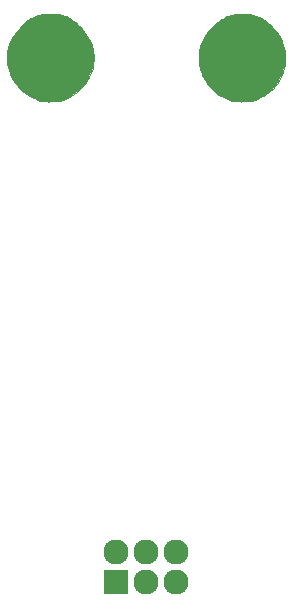
<source format=gbr>
G04 #@! TF.GenerationSoftware,KiCad,Pcbnew,(5.1.2)-1*
G04 #@! TF.CreationDate,2019-07-21T19:57:09-05:00*
G04 #@! TF.ProjectId,reddit-snoo-meetup,72656464-6974-42d7-936e-6f6f2d6d6565,rev?*
G04 #@! TF.SameCoordinates,Original*
G04 #@! TF.FileFunction,Soldermask,Top*
G04 #@! TF.FilePolarity,Negative*
%FSLAX46Y46*%
G04 Gerber Fmt 4.6, Leading zero omitted, Abs format (unit mm)*
G04 Created by KiCad (PCBNEW (5.1.2)-1) date 2019-07-21 19:57:09*
%MOMM*%
%LPD*%
G04 APERTURE LIST*
%ADD10C,0.010000*%
%ADD11C,2.127200*%
%ADD12O,2.127200X2.127200*%
%ADD13R,2.127200X2.127200*%
G04 APERTURE END LIST*
D10*
G36*
X-6288312Y17181293D02*
G01*
X-6163152Y17178738D01*
X-6052766Y17173364D01*
X-5953634Y17164835D01*
X-5862236Y17152814D01*
X-5775051Y17136963D01*
X-5688559Y17116946D01*
X-5599239Y17092427D01*
X-5557019Y17079784D01*
X-5429294Y17034770D01*
X-5287636Y16974294D01*
X-5136261Y16900668D01*
X-4979384Y16816200D01*
X-4821220Y16723201D01*
X-4665985Y16623980D01*
X-4517894Y16520847D01*
X-4464050Y16480871D01*
X-4229272Y16287459D01*
X-4011005Y16075568D01*
X-3810100Y15846718D01*
X-3627407Y15602426D01*
X-3463776Y15344211D01*
X-3320055Y15073591D01*
X-3197095Y14792084D01*
X-3095746Y14501208D01*
X-3016858Y14202482D01*
X-2961279Y13897423D01*
X-2944986Y13766800D01*
X-2938484Y13679613D01*
X-2935161Y13573742D01*
X-2934828Y13455511D01*
X-2937297Y13331244D01*
X-2942376Y13207264D01*
X-2949876Y13089894D01*
X-2959608Y12985459D01*
X-2970882Y12903200D01*
X-3028028Y12629220D01*
X-3105273Y12364355D01*
X-3204267Y12103598D01*
X-3309886Y11875149D01*
X-3394930Y11712082D01*
X-3479564Y11565266D01*
X-3569026Y11426187D01*
X-3668547Y11286332D01*
X-3687306Y11261251D01*
X-3888678Y11014226D01*
X-4106871Y10785858D01*
X-4342209Y10575895D01*
X-4595016Y10384086D01*
X-4865615Y10210180D01*
X-5154332Y10053924D01*
X-5372100Y9952862D01*
X-5478060Y9909415D01*
X-5579226Y9873936D01*
X-5680417Y9845442D01*
X-5786453Y9822951D01*
X-5902154Y9805481D01*
X-6032339Y9792048D01*
X-6181827Y9781671D01*
X-6223000Y9779428D01*
X-6301387Y9776056D01*
X-6392895Y9773277D01*
X-6493117Y9771118D01*
X-6597650Y9769602D01*
X-6702087Y9768756D01*
X-6802023Y9768604D01*
X-6893052Y9769173D01*
X-6970770Y9770486D01*
X-7030770Y9772570D01*
X-7061200Y9774625D01*
X-7192617Y9788884D01*
X-7305822Y9805417D01*
X-7407999Y9825949D01*
X-7506332Y9852201D01*
X-7608002Y9885896D01*
X-7720194Y9928759D01*
X-7744219Y9938457D01*
X-7952672Y10029752D01*
X-8163487Y10134418D01*
X-8369809Y10248652D01*
X-8564784Y10368652D01*
X-8741556Y10490614D01*
X-8747941Y10495324D01*
X-8995326Y10692834D01*
X-9221088Y10903510D01*
X-9425362Y11127569D01*
X-9608282Y11365229D01*
X-9769980Y11616709D01*
X-9910592Y11882226D01*
X-10030250Y12161998D01*
X-10129089Y12456243D01*
X-10207242Y12765179D01*
X-10238073Y12922250D01*
X-10247044Y12974921D01*
X-10254006Y13023176D01*
X-10259206Y13071385D01*
X-10262891Y13123915D01*
X-10265306Y13185136D01*
X-10266698Y13259415D01*
X-10267311Y13351122D01*
X-10267407Y13442950D01*
X-10267139Y13553450D01*
X-10266268Y13642941D01*
X-10264553Y13715814D01*
X-10261753Y13776458D01*
X-10257624Y13829262D01*
X-10251927Y13878616D01*
X-10244418Y13928909D01*
X-10238822Y13962062D01*
X-10174638Y14265285D01*
X-10089311Y14556589D01*
X-9981902Y14838298D01*
X-9851474Y15112736D01*
X-9697086Y15382228D01*
X-9612491Y15513050D01*
X-9420038Y15777796D01*
X-9210489Y16023764D01*
X-8983816Y16250977D01*
X-8739992Y16459462D01*
X-8478988Y16649240D01*
X-8200778Y16820337D01*
X-7981950Y16935853D01*
X-7886422Y16981617D01*
X-7796914Y17021082D01*
X-7710586Y17054746D01*
X-7624598Y17083108D01*
X-7536107Y17106670D01*
X-7442272Y17125929D01*
X-7340253Y17141385D01*
X-7227208Y17153538D01*
X-7100296Y17162887D01*
X-6956675Y17169932D01*
X-6793505Y17175171D01*
X-6607945Y17179105D01*
X-6597038Y17179294D01*
X-6431767Y17181366D01*
X-6288312Y17181293D01*
X-6288312Y17181293D01*
G37*
X-6288312Y17181293D02*
X-6163152Y17178738D01*
X-6052766Y17173364D01*
X-5953634Y17164835D01*
X-5862236Y17152814D01*
X-5775051Y17136963D01*
X-5688559Y17116946D01*
X-5599239Y17092427D01*
X-5557019Y17079784D01*
X-5429294Y17034770D01*
X-5287636Y16974294D01*
X-5136261Y16900668D01*
X-4979384Y16816200D01*
X-4821220Y16723201D01*
X-4665985Y16623980D01*
X-4517894Y16520847D01*
X-4464050Y16480871D01*
X-4229272Y16287459D01*
X-4011005Y16075568D01*
X-3810100Y15846718D01*
X-3627407Y15602426D01*
X-3463776Y15344211D01*
X-3320055Y15073591D01*
X-3197095Y14792084D01*
X-3095746Y14501208D01*
X-3016858Y14202482D01*
X-2961279Y13897423D01*
X-2944986Y13766800D01*
X-2938484Y13679613D01*
X-2935161Y13573742D01*
X-2934828Y13455511D01*
X-2937297Y13331244D01*
X-2942376Y13207264D01*
X-2949876Y13089894D01*
X-2959608Y12985459D01*
X-2970882Y12903200D01*
X-3028028Y12629220D01*
X-3105273Y12364355D01*
X-3204267Y12103598D01*
X-3309886Y11875149D01*
X-3394930Y11712082D01*
X-3479564Y11565266D01*
X-3569026Y11426187D01*
X-3668547Y11286332D01*
X-3687306Y11261251D01*
X-3888678Y11014226D01*
X-4106871Y10785858D01*
X-4342209Y10575895D01*
X-4595016Y10384086D01*
X-4865615Y10210180D01*
X-5154332Y10053924D01*
X-5372100Y9952862D01*
X-5478060Y9909415D01*
X-5579226Y9873936D01*
X-5680417Y9845442D01*
X-5786453Y9822951D01*
X-5902154Y9805481D01*
X-6032339Y9792048D01*
X-6181827Y9781671D01*
X-6223000Y9779428D01*
X-6301387Y9776056D01*
X-6392895Y9773277D01*
X-6493117Y9771118D01*
X-6597650Y9769602D01*
X-6702087Y9768756D01*
X-6802023Y9768604D01*
X-6893052Y9769173D01*
X-6970770Y9770486D01*
X-7030770Y9772570D01*
X-7061200Y9774625D01*
X-7192617Y9788884D01*
X-7305822Y9805417D01*
X-7407999Y9825949D01*
X-7506332Y9852201D01*
X-7608002Y9885896D01*
X-7720194Y9928759D01*
X-7744219Y9938457D01*
X-7952672Y10029752D01*
X-8163487Y10134418D01*
X-8369809Y10248652D01*
X-8564784Y10368652D01*
X-8741556Y10490614D01*
X-8747941Y10495324D01*
X-8995326Y10692834D01*
X-9221088Y10903510D01*
X-9425362Y11127569D01*
X-9608282Y11365229D01*
X-9769980Y11616709D01*
X-9910592Y11882226D01*
X-10030250Y12161998D01*
X-10129089Y12456243D01*
X-10207242Y12765179D01*
X-10238073Y12922250D01*
X-10247044Y12974921D01*
X-10254006Y13023176D01*
X-10259206Y13071385D01*
X-10262891Y13123915D01*
X-10265306Y13185136D01*
X-10266698Y13259415D01*
X-10267311Y13351122D01*
X-10267407Y13442950D01*
X-10267139Y13553450D01*
X-10266268Y13642941D01*
X-10264553Y13715814D01*
X-10261753Y13776458D01*
X-10257624Y13829262D01*
X-10251927Y13878616D01*
X-10244418Y13928909D01*
X-10238822Y13962062D01*
X-10174638Y14265285D01*
X-10089311Y14556589D01*
X-9981902Y14838298D01*
X-9851474Y15112736D01*
X-9697086Y15382228D01*
X-9612491Y15513050D01*
X-9420038Y15777796D01*
X-9210489Y16023764D01*
X-8983816Y16250977D01*
X-8739992Y16459462D01*
X-8478988Y16649240D01*
X-8200778Y16820337D01*
X-7981950Y16935853D01*
X-7886422Y16981617D01*
X-7796914Y17021082D01*
X-7710586Y17054746D01*
X-7624598Y17083108D01*
X-7536107Y17106670D01*
X-7442272Y17125929D01*
X-7340253Y17141385D01*
X-7227208Y17153538D01*
X-7100296Y17162887D01*
X-6956675Y17169932D01*
X-6793505Y17175171D01*
X-6607945Y17179105D01*
X-6597038Y17179294D01*
X-6431767Y17181366D01*
X-6288312Y17181293D01*
G36*
X9846843Y17154290D02*
G01*
X9988240Y17151951D01*
X10121794Y17148357D01*
X10244184Y17143506D01*
X10352089Y17137397D01*
X10442188Y17130031D01*
X10511159Y17121404D01*
X10521950Y17119560D01*
X10599514Y17102784D01*
X10679978Y17079537D01*
X10767165Y17048351D01*
X10864896Y17007758D01*
X10976993Y16956291D01*
X11087100Y16902563D01*
X11363615Y16753301D01*
X11619519Y16590745D01*
X11856791Y16413212D01*
X12077409Y16219021D01*
X12283355Y16006487D01*
X12476606Y15773929D01*
X12581815Y15631797D01*
X12746417Y15379598D01*
X12889944Y15116660D01*
X13011963Y14844786D01*
X13112040Y14565778D01*
X13189742Y14281438D01*
X13244634Y13993569D01*
X13276284Y13703971D01*
X13284258Y13414448D01*
X13268123Y13126801D01*
X13238235Y12903200D01*
X13176892Y12607428D01*
X13094441Y12318586D01*
X12991893Y12038606D01*
X12870261Y11769418D01*
X12730556Y11512951D01*
X12573789Y11271136D01*
X12400973Y11045904D01*
X12213119Y10839184D01*
X12099081Y10729812D01*
X11929182Y10583389D01*
X11755322Y10450846D01*
X11571904Y10328403D01*
X11373332Y10212281D01*
X11193198Y10118093D01*
X11034985Y10041044D01*
X10893437Y9976818D01*
X10764108Y9924111D01*
X10642553Y9881619D01*
X10524329Y9848038D01*
X10404991Y9822063D01*
X10280094Y9802390D01*
X10145194Y9787715D01*
X10039350Y9779509D01*
X9964576Y9775556D01*
X9873828Y9772482D01*
X9771552Y9770282D01*
X9662195Y9768953D01*
X9550203Y9768491D01*
X9440022Y9768891D01*
X9336099Y9770149D01*
X9242880Y9772263D01*
X9164811Y9775227D01*
X9106338Y9779037D01*
X9093200Y9780354D01*
X8946263Y9804635D01*
X8784693Y9845107D01*
X8611955Y9900138D01*
X8431509Y9968095D01*
X8246819Y10047343D01*
X8061346Y10136250D01*
X7878555Y10233182D01*
X7701907Y10336506D01*
X7534864Y10444589D01*
X7380890Y10555797D01*
X7283450Y10634028D01*
X7105182Y10795150D01*
X6939046Y10968486D01*
X6783397Y11156294D01*
X6636589Y11360831D01*
X6496977Y11584354D01*
X6362916Y11829119D01*
X6260854Y12036851D01*
X6211159Y12143425D01*
X6168718Y12237370D01*
X6132936Y12321820D01*
X6103219Y12399908D01*
X6078973Y12474770D01*
X6059601Y12549539D01*
X6044510Y12627350D01*
X6033104Y12711335D01*
X6024790Y12804631D01*
X6018972Y12910369D01*
X6015056Y13031685D01*
X6012446Y13171713D01*
X6010548Y13333587D01*
X6010316Y13357118D01*
X6008914Y13543168D01*
X6008758Y13706299D01*
X6010117Y13848970D01*
X6013260Y13973643D01*
X6018454Y14082780D01*
X6025970Y14178841D01*
X6036074Y14264287D01*
X6049037Y14341581D01*
X6065127Y14413182D01*
X6084613Y14481552D01*
X6107762Y14549152D01*
X6134845Y14618443D01*
X6152642Y14660798D01*
X6300724Y14978559D01*
X6463926Y15276102D01*
X6642576Y15553856D01*
X6837003Y15812252D01*
X7047534Y16051720D01*
X7274498Y16272690D01*
X7518222Y16475591D01*
X7562850Y16509444D01*
X7675945Y16591960D01*
X7781882Y16664350D01*
X7887244Y16730628D01*
X7998614Y16794806D01*
X8122575Y16860900D01*
X8221578Y16911058D01*
X8363706Y16979178D01*
X8489034Y17033243D01*
X8600993Y17074556D01*
X8703015Y17104419D01*
X8769350Y17119018D01*
X8831876Y17127931D01*
X8916451Y17135598D01*
X9019753Y17142018D01*
X9138461Y17147190D01*
X9269253Y17151113D01*
X9408809Y17153785D01*
X9553806Y17155206D01*
X9700925Y17155375D01*
X9846843Y17154290D01*
X9846843Y17154290D01*
G37*
X9846843Y17154290D02*
X9988240Y17151951D01*
X10121794Y17148357D01*
X10244184Y17143506D01*
X10352089Y17137397D01*
X10442188Y17130031D01*
X10511159Y17121404D01*
X10521950Y17119560D01*
X10599514Y17102784D01*
X10679978Y17079537D01*
X10767165Y17048351D01*
X10864896Y17007758D01*
X10976993Y16956291D01*
X11087100Y16902563D01*
X11363615Y16753301D01*
X11619519Y16590745D01*
X11856791Y16413212D01*
X12077409Y16219021D01*
X12283355Y16006487D01*
X12476606Y15773929D01*
X12581815Y15631797D01*
X12746417Y15379598D01*
X12889944Y15116660D01*
X13011963Y14844786D01*
X13112040Y14565778D01*
X13189742Y14281438D01*
X13244634Y13993569D01*
X13276284Y13703971D01*
X13284258Y13414448D01*
X13268123Y13126801D01*
X13238235Y12903200D01*
X13176892Y12607428D01*
X13094441Y12318586D01*
X12991893Y12038606D01*
X12870261Y11769418D01*
X12730556Y11512951D01*
X12573789Y11271136D01*
X12400973Y11045904D01*
X12213119Y10839184D01*
X12099081Y10729812D01*
X11929182Y10583389D01*
X11755322Y10450846D01*
X11571904Y10328403D01*
X11373332Y10212281D01*
X11193198Y10118093D01*
X11034985Y10041044D01*
X10893437Y9976818D01*
X10764108Y9924111D01*
X10642553Y9881619D01*
X10524329Y9848038D01*
X10404991Y9822063D01*
X10280094Y9802390D01*
X10145194Y9787715D01*
X10039350Y9779509D01*
X9964576Y9775556D01*
X9873828Y9772482D01*
X9771552Y9770282D01*
X9662195Y9768953D01*
X9550203Y9768491D01*
X9440022Y9768891D01*
X9336099Y9770149D01*
X9242880Y9772263D01*
X9164811Y9775227D01*
X9106338Y9779037D01*
X9093200Y9780354D01*
X8946263Y9804635D01*
X8784693Y9845107D01*
X8611955Y9900138D01*
X8431509Y9968095D01*
X8246819Y10047343D01*
X8061346Y10136250D01*
X7878555Y10233182D01*
X7701907Y10336506D01*
X7534864Y10444589D01*
X7380890Y10555797D01*
X7283450Y10634028D01*
X7105182Y10795150D01*
X6939046Y10968486D01*
X6783397Y11156294D01*
X6636589Y11360831D01*
X6496977Y11584354D01*
X6362916Y11829119D01*
X6260854Y12036851D01*
X6211159Y12143425D01*
X6168718Y12237370D01*
X6132936Y12321820D01*
X6103219Y12399908D01*
X6078973Y12474770D01*
X6059601Y12549539D01*
X6044510Y12627350D01*
X6033104Y12711335D01*
X6024790Y12804631D01*
X6018972Y12910369D01*
X6015056Y13031685D01*
X6012446Y13171713D01*
X6010548Y13333587D01*
X6010316Y13357118D01*
X6008914Y13543168D01*
X6008758Y13706299D01*
X6010117Y13848970D01*
X6013260Y13973643D01*
X6018454Y14082780D01*
X6025970Y14178841D01*
X6036074Y14264287D01*
X6049037Y14341581D01*
X6065127Y14413182D01*
X6084613Y14481552D01*
X6107762Y14549152D01*
X6134845Y14618443D01*
X6152642Y14660798D01*
X6300724Y14978559D01*
X6463926Y15276102D01*
X6642576Y15553856D01*
X6837003Y15812252D01*
X7047534Y16051720D01*
X7274498Y16272690D01*
X7518222Y16475591D01*
X7562850Y16509444D01*
X7675945Y16591960D01*
X7781882Y16664350D01*
X7887244Y16730628D01*
X7998614Y16794806D01*
X8122575Y16860900D01*
X8221578Y16911058D01*
X8363706Y16979178D01*
X8489034Y17033243D01*
X8600993Y17074556D01*
X8703015Y17104419D01*
X8769350Y17119018D01*
X8831876Y17127931D01*
X8916451Y17135598D01*
X9019753Y17142018D01*
X9138461Y17147190D01*
X9269253Y17151113D01*
X9408809Y17153785D01*
X9553806Y17155206D01*
X9700925Y17155375D01*
X9846843Y17154290D01*
D11*
X4022400Y-28366400D03*
X4022400Y-30906400D03*
D12*
X1482400Y-28366400D03*
X1482400Y-30906400D03*
X-1057600Y-28366400D03*
D13*
X-1057600Y-30906400D03*
M02*

</source>
